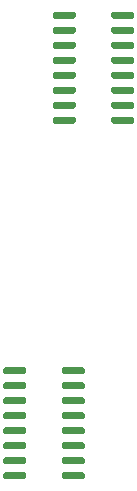
<source format=gbp>
G04 #@! TF.GenerationSoftware,KiCad,Pcbnew,7.0.5.1-1-g8f565ef7f0-dirty-deb11*
G04 #@! TF.CreationDate,2023-06-10T14:16:31+00:00*
G04 #@! TF.ProjectId,MS20-VCF,4d533230-2d56-4434-962e-6b696361645f,rev?*
G04 #@! TF.SameCoordinates,Original*
G04 #@! TF.FileFunction,Paste,Bot*
G04 #@! TF.FilePolarity,Positive*
%FSLAX46Y46*%
G04 Gerber Fmt 4.6, Leading zero omitted, Abs format (unit mm)*
G04 Created by KiCad (PCBNEW 7.0.5.1-1-g8f565ef7f0-dirty-deb11) date 2023-06-10 14:16:31*
%MOMM*%
%LPD*%
G01*
G04 APERTURE LIST*
G04 APERTURE END LIST*
G36*
G01*
X45750000Y-101505000D02*
X45750000Y-101805000D01*
G75*
G02*
X45600000Y-101955000I-150000J0D01*
G01*
X43950000Y-101955000D01*
G75*
G02*
X43800000Y-101805000I0J150000D01*
G01*
X43800000Y-101505000D01*
G75*
G02*
X43950000Y-101355000I150000J0D01*
G01*
X45600000Y-101355000D01*
G75*
G02*
X45750000Y-101505000I0J-150000D01*
G01*
G37*
G36*
G01*
X45750000Y-102775000D02*
X45750000Y-103075000D01*
G75*
G02*
X45600000Y-103225000I-150000J0D01*
G01*
X43950000Y-103225000D01*
G75*
G02*
X43800000Y-103075000I0J150000D01*
G01*
X43800000Y-102775000D01*
G75*
G02*
X43950000Y-102625000I150000J0D01*
G01*
X45600000Y-102625000D01*
G75*
G02*
X45750000Y-102775000I0J-150000D01*
G01*
G37*
G36*
G01*
X45750000Y-104045000D02*
X45750000Y-104345000D01*
G75*
G02*
X45600000Y-104495000I-150000J0D01*
G01*
X43950000Y-104495000D01*
G75*
G02*
X43800000Y-104345000I0J150000D01*
G01*
X43800000Y-104045000D01*
G75*
G02*
X43950000Y-103895000I150000J0D01*
G01*
X45600000Y-103895000D01*
G75*
G02*
X45750000Y-104045000I0J-150000D01*
G01*
G37*
G36*
G01*
X45750000Y-105315000D02*
X45750000Y-105615000D01*
G75*
G02*
X45600000Y-105765000I-150000J0D01*
G01*
X43950000Y-105765000D01*
G75*
G02*
X43800000Y-105615000I0J150000D01*
G01*
X43800000Y-105315000D01*
G75*
G02*
X43950000Y-105165000I150000J0D01*
G01*
X45600000Y-105165000D01*
G75*
G02*
X45750000Y-105315000I0J-150000D01*
G01*
G37*
G36*
G01*
X45750000Y-106585000D02*
X45750000Y-106885000D01*
G75*
G02*
X45600000Y-107035000I-150000J0D01*
G01*
X43950000Y-107035000D01*
G75*
G02*
X43800000Y-106885000I0J150000D01*
G01*
X43800000Y-106585000D01*
G75*
G02*
X43950000Y-106435000I150000J0D01*
G01*
X45600000Y-106435000D01*
G75*
G02*
X45750000Y-106585000I0J-150000D01*
G01*
G37*
G36*
G01*
X45750000Y-107855000D02*
X45750000Y-108155000D01*
G75*
G02*
X45600000Y-108305000I-150000J0D01*
G01*
X43950000Y-108305000D01*
G75*
G02*
X43800000Y-108155000I0J150000D01*
G01*
X43800000Y-107855000D01*
G75*
G02*
X43950000Y-107705000I150000J0D01*
G01*
X45600000Y-107705000D01*
G75*
G02*
X45750000Y-107855000I0J-150000D01*
G01*
G37*
G36*
G01*
X45750000Y-109125000D02*
X45750000Y-109425000D01*
G75*
G02*
X45600000Y-109575000I-150000J0D01*
G01*
X43950000Y-109575000D01*
G75*
G02*
X43800000Y-109425000I0J150000D01*
G01*
X43800000Y-109125000D01*
G75*
G02*
X43950000Y-108975000I150000J0D01*
G01*
X45600000Y-108975000D01*
G75*
G02*
X45750000Y-109125000I0J-150000D01*
G01*
G37*
G36*
G01*
X45750000Y-110395000D02*
X45750000Y-110695000D01*
G75*
G02*
X45600000Y-110845000I-150000J0D01*
G01*
X43950000Y-110845000D01*
G75*
G02*
X43800000Y-110695000I0J150000D01*
G01*
X43800000Y-110395000D01*
G75*
G02*
X43950000Y-110245000I150000J0D01*
G01*
X45600000Y-110245000D01*
G75*
G02*
X45750000Y-110395000I0J-150000D01*
G01*
G37*
G36*
G01*
X40800000Y-110395000D02*
X40800000Y-110695000D01*
G75*
G02*
X40650000Y-110845000I-150000J0D01*
G01*
X39000000Y-110845000D01*
G75*
G02*
X38850000Y-110695000I0J150000D01*
G01*
X38850000Y-110395000D01*
G75*
G02*
X39000000Y-110245000I150000J0D01*
G01*
X40650000Y-110245000D01*
G75*
G02*
X40800000Y-110395000I0J-150000D01*
G01*
G37*
G36*
G01*
X40800000Y-109125000D02*
X40800000Y-109425000D01*
G75*
G02*
X40650000Y-109575000I-150000J0D01*
G01*
X39000000Y-109575000D01*
G75*
G02*
X38850000Y-109425000I0J150000D01*
G01*
X38850000Y-109125000D01*
G75*
G02*
X39000000Y-108975000I150000J0D01*
G01*
X40650000Y-108975000D01*
G75*
G02*
X40800000Y-109125000I0J-150000D01*
G01*
G37*
G36*
G01*
X40800000Y-107855000D02*
X40800000Y-108155000D01*
G75*
G02*
X40650000Y-108305000I-150000J0D01*
G01*
X39000000Y-108305000D01*
G75*
G02*
X38850000Y-108155000I0J150000D01*
G01*
X38850000Y-107855000D01*
G75*
G02*
X39000000Y-107705000I150000J0D01*
G01*
X40650000Y-107705000D01*
G75*
G02*
X40800000Y-107855000I0J-150000D01*
G01*
G37*
G36*
G01*
X40800000Y-106585000D02*
X40800000Y-106885000D01*
G75*
G02*
X40650000Y-107035000I-150000J0D01*
G01*
X39000000Y-107035000D01*
G75*
G02*
X38850000Y-106885000I0J150000D01*
G01*
X38850000Y-106585000D01*
G75*
G02*
X39000000Y-106435000I150000J0D01*
G01*
X40650000Y-106435000D01*
G75*
G02*
X40800000Y-106585000I0J-150000D01*
G01*
G37*
G36*
G01*
X40800000Y-105315000D02*
X40800000Y-105615000D01*
G75*
G02*
X40650000Y-105765000I-150000J0D01*
G01*
X39000000Y-105765000D01*
G75*
G02*
X38850000Y-105615000I0J150000D01*
G01*
X38850000Y-105315000D01*
G75*
G02*
X39000000Y-105165000I150000J0D01*
G01*
X40650000Y-105165000D01*
G75*
G02*
X40800000Y-105315000I0J-150000D01*
G01*
G37*
G36*
G01*
X40800000Y-104045000D02*
X40800000Y-104345000D01*
G75*
G02*
X40650000Y-104495000I-150000J0D01*
G01*
X39000000Y-104495000D01*
G75*
G02*
X38850000Y-104345000I0J150000D01*
G01*
X38850000Y-104045000D01*
G75*
G02*
X39000000Y-103895000I150000J0D01*
G01*
X40650000Y-103895000D01*
G75*
G02*
X40800000Y-104045000I0J-150000D01*
G01*
G37*
G36*
G01*
X40800000Y-102775000D02*
X40800000Y-103075000D01*
G75*
G02*
X40650000Y-103225000I-150000J0D01*
G01*
X39000000Y-103225000D01*
G75*
G02*
X38850000Y-103075000I0J150000D01*
G01*
X38850000Y-102775000D01*
G75*
G02*
X39000000Y-102625000I150000J0D01*
G01*
X40650000Y-102625000D01*
G75*
G02*
X40800000Y-102775000I0J-150000D01*
G01*
G37*
G36*
G01*
X40800000Y-101505000D02*
X40800000Y-101805000D01*
G75*
G02*
X40650000Y-101955000I-150000J0D01*
G01*
X39000000Y-101955000D01*
G75*
G02*
X38850000Y-101805000I0J150000D01*
G01*
X38850000Y-101505000D01*
G75*
G02*
X39000000Y-101355000I150000J0D01*
G01*
X40650000Y-101355000D01*
G75*
G02*
X40800000Y-101505000I0J-150000D01*
G01*
G37*
G36*
G01*
X43050000Y-80595000D02*
X43050000Y-80295000D01*
G75*
G02*
X43200000Y-80145000I150000J0D01*
G01*
X44850000Y-80145000D01*
G75*
G02*
X45000000Y-80295000I0J-150000D01*
G01*
X45000000Y-80595000D01*
G75*
G02*
X44850000Y-80745000I-150000J0D01*
G01*
X43200000Y-80745000D01*
G75*
G02*
X43050000Y-80595000I0J150000D01*
G01*
G37*
G36*
G01*
X43050000Y-79325000D02*
X43050000Y-79025000D01*
G75*
G02*
X43200000Y-78875000I150000J0D01*
G01*
X44850000Y-78875000D01*
G75*
G02*
X45000000Y-79025000I0J-150000D01*
G01*
X45000000Y-79325000D01*
G75*
G02*
X44850000Y-79475000I-150000J0D01*
G01*
X43200000Y-79475000D01*
G75*
G02*
X43050000Y-79325000I0J150000D01*
G01*
G37*
G36*
G01*
X43050000Y-78055000D02*
X43050000Y-77755000D01*
G75*
G02*
X43200000Y-77605000I150000J0D01*
G01*
X44850000Y-77605000D01*
G75*
G02*
X45000000Y-77755000I0J-150000D01*
G01*
X45000000Y-78055000D01*
G75*
G02*
X44850000Y-78205000I-150000J0D01*
G01*
X43200000Y-78205000D01*
G75*
G02*
X43050000Y-78055000I0J150000D01*
G01*
G37*
G36*
G01*
X43050000Y-76785000D02*
X43050000Y-76485000D01*
G75*
G02*
X43200000Y-76335000I150000J0D01*
G01*
X44850000Y-76335000D01*
G75*
G02*
X45000000Y-76485000I0J-150000D01*
G01*
X45000000Y-76785000D01*
G75*
G02*
X44850000Y-76935000I-150000J0D01*
G01*
X43200000Y-76935000D01*
G75*
G02*
X43050000Y-76785000I0J150000D01*
G01*
G37*
G36*
G01*
X43050000Y-75515000D02*
X43050000Y-75215000D01*
G75*
G02*
X43200000Y-75065000I150000J0D01*
G01*
X44850000Y-75065000D01*
G75*
G02*
X45000000Y-75215000I0J-150000D01*
G01*
X45000000Y-75515000D01*
G75*
G02*
X44850000Y-75665000I-150000J0D01*
G01*
X43200000Y-75665000D01*
G75*
G02*
X43050000Y-75515000I0J150000D01*
G01*
G37*
G36*
G01*
X43050000Y-74245000D02*
X43050000Y-73945000D01*
G75*
G02*
X43200000Y-73795000I150000J0D01*
G01*
X44850000Y-73795000D01*
G75*
G02*
X45000000Y-73945000I0J-150000D01*
G01*
X45000000Y-74245000D01*
G75*
G02*
X44850000Y-74395000I-150000J0D01*
G01*
X43200000Y-74395000D01*
G75*
G02*
X43050000Y-74245000I0J150000D01*
G01*
G37*
G36*
G01*
X43050000Y-72975000D02*
X43050000Y-72675000D01*
G75*
G02*
X43200000Y-72525000I150000J0D01*
G01*
X44850000Y-72525000D01*
G75*
G02*
X45000000Y-72675000I0J-150000D01*
G01*
X45000000Y-72975000D01*
G75*
G02*
X44850000Y-73125000I-150000J0D01*
G01*
X43200000Y-73125000D01*
G75*
G02*
X43050000Y-72975000I0J150000D01*
G01*
G37*
G36*
G01*
X43050000Y-71705000D02*
X43050000Y-71405000D01*
G75*
G02*
X43200000Y-71255000I150000J0D01*
G01*
X44850000Y-71255000D01*
G75*
G02*
X45000000Y-71405000I0J-150000D01*
G01*
X45000000Y-71705000D01*
G75*
G02*
X44850000Y-71855000I-150000J0D01*
G01*
X43200000Y-71855000D01*
G75*
G02*
X43050000Y-71705000I0J150000D01*
G01*
G37*
G36*
G01*
X48000000Y-71705000D02*
X48000000Y-71405000D01*
G75*
G02*
X48150000Y-71255000I150000J0D01*
G01*
X49800000Y-71255000D01*
G75*
G02*
X49950000Y-71405000I0J-150000D01*
G01*
X49950000Y-71705000D01*
G75*
G02*
X49800000Y-71855000I-150000J0D01*
G01*
X48150000Y-71855000D01*
G75*
G02*
X48000000Y-71705000I0J150000D01*
G01*
G37*
G36*
G01*
X48000000Y-72975000D02*
X48000000Y-72675000D01*
G75*
G02*
X48150000Y-72525000I150000J0D01*
G01*
X49800000Y-72525000D01*
G75*
G02*
X49950000Y-72675000I0J-150000D01*
G01*
X49950000Y-72975000D01*
G75*
G02*
X49800000Y-73125000I-150000J0D01*
G01*
X48150000Y-73125000D01*
G75*
G02*
X48000000Y-72975000I0J150000D01*
G01*
G37*
G36*
G01*
X48000000Y-74245000D02*
X48000000Y-73945000D01*
G75*
G02*
X48150000Y-73795000I150000J0D01*
G01*
X49800000Y-73795000D01*
G75*
G02*
X49950000Y-73945000I0J-150000D01*
G01*
X49950000Y-74245000D01*
G75*
G02*
X49800000Y-74395000I-150000J0D01*
G01*
X48150000Y-74395000D01*
G75*
G02*
X48000000Y-74245000I0J150000D01*
G01*
G37*
G36*
G01*
X48000000Y-75515000D02*
X48000000Y-75215000D01*
G75*
G02*
X48150000Y-75065000I150000J0D01*
G01*
X49800000Y-75065000D01*
G75*
G02*
X49950000Y-75215000I0J-150000D01*
G01*
X49950000Y-75515000D01*
G75*
G02*
X49800000Y-75665000I-150000J0D01*
G01*
X48150000Y-75665000D01*
G75*
G02*
X48000000Y-75515000I0J150000D01*
G01*
G37*
G36*
G01*
X48000000Y-76785000D02*
X48000000Y-76485000D01*
G75*
G02*
X48150000Y-76335000I150000J0D01*
G01*
X49800000Y-76335000D01*
G75*
G02*
X49950000Y-76485000I0J-150000D01*
G01*
X49950000Y-76785000D01*
G75*
G02*
X49800000Y-76935000I-150000J0D01*
G01*
X48150000Y-76935000D01*
G75*
G02*
X48000000Y-76785000I0J150000D01*
G01*
G37*
G36*
G01*
X48000000Y-78055000D02*
X48000000Y-77755000D01*
G75*
G02*
X48150000Y-77605000I150000J0D01*
G01*
X49800000Y-77605000D01*
G75*
G02*
X49950000Y-77755000I0J-150000D01*
G01*
X49950000Y-78055000D01*
G75*
G02*
X49800000Y-78205000I-150000J0D01*
G01*
X48150000Y-78205000D01*
G75*
G02*
X48000000Y-78055000I0J150000D01*
G01*
G37*
G36*
G01*
X48000000Y-79325000D02*
X48000000Y-79025000D01*
G75*
G02*
X48150000Y-78875000I150000J0D01*
G01*
X49800000Y-78875000D01*
G75*
G02*
X49950000Y-79025000I0J-150000D01*
G01*
X49950000Y-79325000D01*
G75*
G02*
X49800000Y-79475000I-150000J0D01*
G01*
X48150000Y-79475000D01*
G75*
G02*
X48000000Y-79325000I0J150000D01*
G01*
G37*
G36*
G01*
X48000000Y-80595000D02*
X48000000Y-80295000D01*
G75*
G02*
X48150000Y-80145000I150000J0D01*
G01*
X49800000Y-80145000D01*
G75*
G02*
X49950000Y-80295000I0J-150000D01*
G01*
X49950000Y-80595000D01*
G75*
G02*
X49800000Y-80745000I-150000J0D01*
G01*
X48150000Y-80745000D01*
G75*
G02*
X48000000Y-80595000I0J150000D01*
G01*
G37*
M02*

</source>
